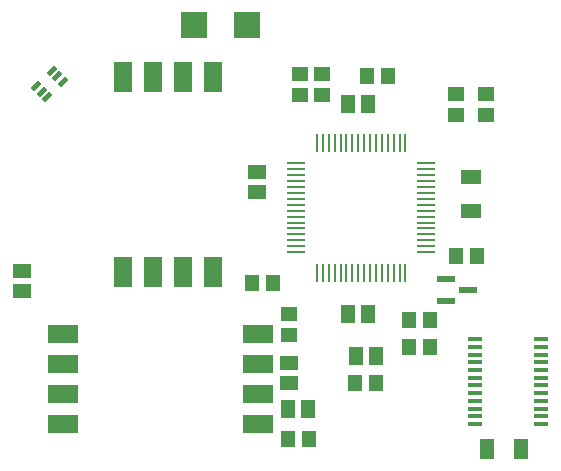
<source format=gtp>
%FSLAX24Y24*%
%MOIN*%
G70*
G01*
G75*
G04 Layer_Color=8421504*
%ADD10R,0.0512X0.0591*%
%ADD11R,0.0453X0.0118*%
%ADD12R,0.0709X0.0512*%
%ADD13R,0.0551X0.0472*%
%ADD14R,0.0591X0.0512*%
G04:AMPARAMS|DCode=15|XSize=33.5mil|YSize=15.7mil|CornerRadius=0mil|HoleSize=0mil|Usage=FLASHONLY|Rotation=225.000|XOffset=0mil|YOffset=0mil|HoleType=Round|Shape=Rectangle|*
%AMROTATEDRECTD15*
4,1,4,0.0063,0.0174,0.0174,0.0063,-0.0063,-0.0174,-0.0174,-0.0063,0.0063,0.0174,0.0*
%
%ADD15ROTATEDRECTD15*%

%ADD16O,0.0098X0.0610*%
%ADD17O,0.0610X0.0098*%
%ADD18R,0.1000X0.0600*%
%ADD19R,0.0600X0.1000*%
%ADD20R,0.0906X0.0906*%
%ADD21R,0.0472X0.0551*%
%ADD22R,0.0591X0.0236*%
%ADD23R,0.0512X0.0709*%
%ADD24C,0.0120*%
%ADD25C,0.0200*%
%ADD26C,0.0080*%
%ADD27C,0.0500*%
%ADD28C,0.0250*%
%ADD29C,0.0400*%
%ADD30R,0.1260X0.2756*%
%ADD31C,0.0591*%
%ADD32R,0.0591X0.0591*%
%ADD33C,0.2362*%
%ADD34C,0.0866*%
%ADD35C,0.0630*%
%ADD36O,0.1200X0.0600*%
%ADD37C,0.0500*%
%ADD38C,0.0098*%
%ADD39C,0.0079*%
%ADD40C,0.0236*%
%ADD41C,0.0100*%
D10*
X13835Y7750D02*
D03*
X13165D02*
D03*
X13835Y14750D02*
D03*
X13165D02*
D03*
X14085Y6350D02*
D03*
X13415D02*
D03*
X11835Y4600D02*
D03*
X11165D02*
D03*
D11*
X19593Y4093D02*
D03*
Y4348D02*
D03*
Y4604D02*
D03*
Y4860D02*
D03*
Y5116D02*
D03*
Y5372D02*
D03*
Y5628D02*
D03*
Y5884D02*
D03*
Y6140D02*
D03*
Y6396D02*
D03*
Y6652D02*
D03*
Y6907D02*
D03*
X17407Y4093D02*
D03*
Y4348D02*
D03*
Y4604D02*
D03*
Y4860D02*
D03*
Y5116D02*
D03*
Y5372D02*
D03*
Y5628D02*
D03*
Y5884D02*
D03*
Y6140D02*
D03*
Y6396D02*
D03*
Y6652D02*
D03*
Y6907D02*
D03*
D12*
X17250Y12321D02*
D03*
Y11179D02*
D03*
D13*
X17750Y14396D02*
D03*
Y15104D02*
D03*
X16750Y15104D02*
D03*
Y14396D02*
D03*
X11200Y7754D02*
D03*
Y7046D02*
D03*
X12300Y15754D02*
D03*
Y15046D02*
D03*
X11550D02*
D03*
Y15754D02*
D03*
D14*
X10138Y11825D02*
D03*
Y12494D02*
D03*
X11200Y5465D02*
D03*
Y6135D02*
D03*
X2300Y9185D02*
D03*
Y8515D02*
D03*
D15*
X3650Y15500D02*
D03*
X3469Y15681D02*
D03*
X3288Y15862D02*
D03*
X2773Y15347D02*
D03*
X2954Y15166D02*
D03*
X3135Y14985D02*
D03*
D16*
X15075Y13470D02*
D03*
X14878D02*
D03*
X14681D02*
D03*
X14484D02*
D03*
X14287D02*
D03*
X14091D02*
D03*
X13894D02*
D03*
X13697Y13470D02*
D03*
X13500D02*
D03*
X13303D02*
D03*
X13106Y13470D02*
D03*
X12909D02*
D03*
X12713D02*
D03*
X12516D02*
D03*
X12319D02*
D03*
X12122D02*
D03*
Y9120D02*
D03*
X12319D02*
D03*
X12516D02*
D03*
X12713D02*
D03*
X12909D02*
D03*
X13106D02*
D03*
X13303Y9120D02*
D03*
X13500D02*
D03*
X13697D02*
D03*
X13894Y9120D02*
D03*
X14091D02*
D03*
X14287D02*
D03*
X14484D02*
D03*
X14681D02*
D03*
X14878D02*
D03*
X15075D02*
D03*
D17*
X11423Y12772D02*
D03*
Y12575D02*
D03*
Y12378D02*
D03*
Y12181D02*
D03*
Y11984D02*
D03*
Y11787D02*
D03*
Y11591D02*
D03*
X11423Y11394D02*
D03*
Y11197D02*
D03*
Y11000D02*
D03*
X11423Y10803D02*
D03*
Y10606D02*
D03*
Y10409D02*
D03*
Y10213D02*
D03*
Y10016D02*
D03*
Y9819D02*
D03*
X15774D02*
D03*
Y10016D02*
D03*
Y10213D02*
D03*
Y10409D02*
D03*
Y10606D02*
D03*
Y10803D02*
D03*
X15774Y11000D02*
D03*
Y11197D02*
D03*
Y11394D02*
D03*
X15774Y11591D02*
D03*
Y11787D02*
D03*
Y11984D02*
D03*
Y12181D02*
D03*
Y12378D02*
D03*
Y12575D02*
D03*
Y12772D02*
D03*
D18*
X3650Y4100D02*
D03*
Y5100D02*
D03*
Y6100D02*
D03*
Y7100D02*
D03*
X10150D02*
D03*
Y6100D02*
D03*
Y5100D02*
D03*
Y4100D02*
D03*
D19*
X5650Y15650D02*
D03*
X6650D02*
D03*
X7650D02*
D03*
X8650D02*
D03*
Y9150D02*
D03*
X7650D02*
D03*
X6650D02*
D03*
X5650D02*
D03*
D20*
X9786Y17400D02*
D03*
X8014D02*
D03*
D21*
X14504Y15700D02*
D03*
X13796D02*
D03*
X16746Y9700D02*
D03*
X17454D02*
D03*
X15196Y7550D02*
D03*
X15904D02*
D03*
X15904Y6650D02*
D03*
X15196D02*
D03*
X13396Y5450D02*
D03*
X14104D02*
D03*
X11146Y3600D02*
D03*
X11854D02*
D03*
X9946Y8800D02*
D03*
X10654D02*
D03*
D22*
X17174Y8550D02*
D03*
X16426Y8176D02*
D03*
Y8924D02*
D03*
D23*
X17779Y3250D02*
D03*
X18921D02*
D03*
M02*

</source>
